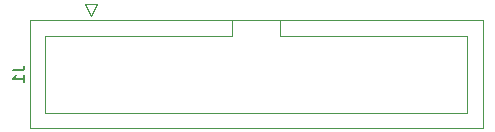
<source format=gbr>
%TF.GenerationSoftware,KiCad,Pcbnew,7.0.1*%
%TF.CreationDate,2023-09-25T23:55:44+03:00*%
%TF.ProjectId,keyboard_test,6b657962-6f61-4726-945f-746573742e6b,rev?*%
%TF.SameCoordinates,Original*%
%TF.FileFunction,Legend,Bot*%
%TF.FilePolarity,Positive*%
%FSLAX46Y46*%
G04 Gerber Fmt 4.6, Leading zero omitted, Abs format (unit mm)*
G04 Created by KiCad (PCBNEW 7.0.1) date 2023-09-25 23:55:44*
%MOMM*%
%LPD*%
G01*
G04 APERTURE LIST*
%ADD10C,0.150000*%
%ADD11C,0.120000*%
G04 APERTURE END LIST*
D10*
%TO.C,J1*%
X86565519Y-86723066D02*
X87279804Y-86723066D01*
X87279804Y-86723066D02*
X87422661Y-86675447D01*
X87422661Y-86675447D02*
X87517900Y-86580209D01*
X87517900Y-86580209D02*
X87565519Y-86437352D01*
X87565519Y-86437352D02*
X87565519Y-86342114D01*
X87565519Y-87723066D02*
X87565519Y-87151638D01*
X87565519Y-87437352D02*
X86565519Y-87437352D01*
X86565519Y-87437352D02*
X86708376Y-87342114D01*
X86708376Y-87342114D02*
X86803614Y-87246876D01*
X86803614Y-87246876D02*
X86851233Y-87151638D01*
D11*
X93702900Y-81106400D02*
X93202900Y-82106400D01*
X92702900Y-81106400D02*
X93702900Y-81106400D01*
X93202900Y-82106400D02*
X92702900Y-81106400D01*
X126352900Y-82496400D02*
X87992900Y-82496400D01*
X105122900Y-82496400D02*
X105122900Y-83806400D01*
X87992900Y-82496400D02*
X87992900Y-91616400D01*
X125052900Y-83806400D02*
X109222900Y-83806400D01*
X109222900Y-83806400D02*
X109222900Y-82496400D01*
X109222900Y-83806400D02*
X109222900Y-83806400D01*
X105122900Y-83806400D02*
X89292900Y-83806400D01*
X89292900Y-83806400D02*
X89292900Y-90306400D01*
X125052900Y-90306400D02*
X125052900Y-83806400D01*
X89292900Y-90306400D02*
X125052900Y-90306400D01*
X126352900Y-91616400D02*
X126352900Y-82496400D01*
X87992900Y-91616400D02*
X126352900Y-91616400D01*
%TD*%
M02*

</source>
